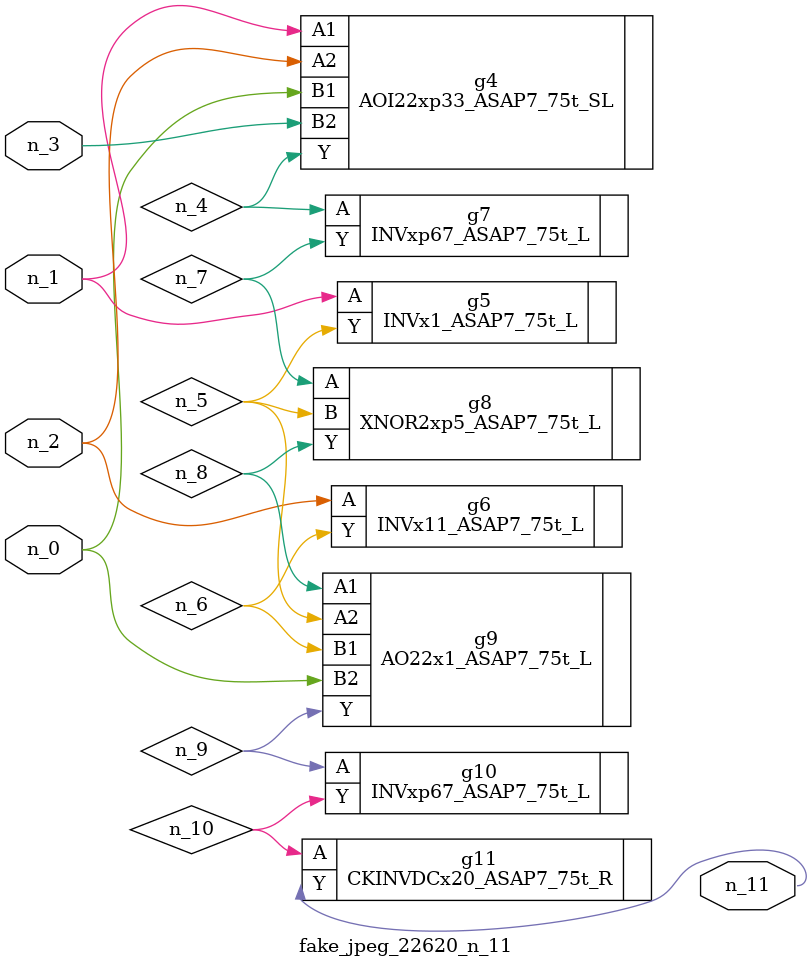
<source format=v>
module fake_jpeg_22620_n_11 (n_0, n_3, n_2, n_1, n_11);

input n_0;
input n_3;
input n_2;
input n_1;

output n_11;

wire n_10;
wire n_4;
wire n_8;
wire n_9;
wire n_6;
wire n_5;
wire n_7;

AOI22xp33_ASAP7_75t_SL g4 ( 
.A1(n_1),
.A2(n_2),
.B1(n_0),
.B2(n_3),
.Y(n_4)
);

INVx1_ASAP7_75t_L g5 ( 
.A(n_1),
.Y(n_5)
);

INVx11_ASAP7_75t_L g6 ( 
.A(n_2),
.Y(n_6)
);

INVxp67_ASAP7_75t_L g7 ( 
.A(n_4),
.Y(n_7)
);

XNOR2xp5_ASAP7_75t_L g8 ( 
.A(n_7),
.B(n_5),
.Y(n_8)
);

AO22x1_ASAP7_75t_L g9 ( 
.A1(n_8),
.A2(n_5),
.B1(n_6),
.B2(n_0),
.Y(n_9)
);

INVxp67_ASAP7_75t_L g10 ( 
.A(n_9),
.Y(n_10)
);

CKINVDCx20_ASAP7_75t_R g11 ( 
.A(n_10),
.Y(n_11)
);


endmodule
</source>
